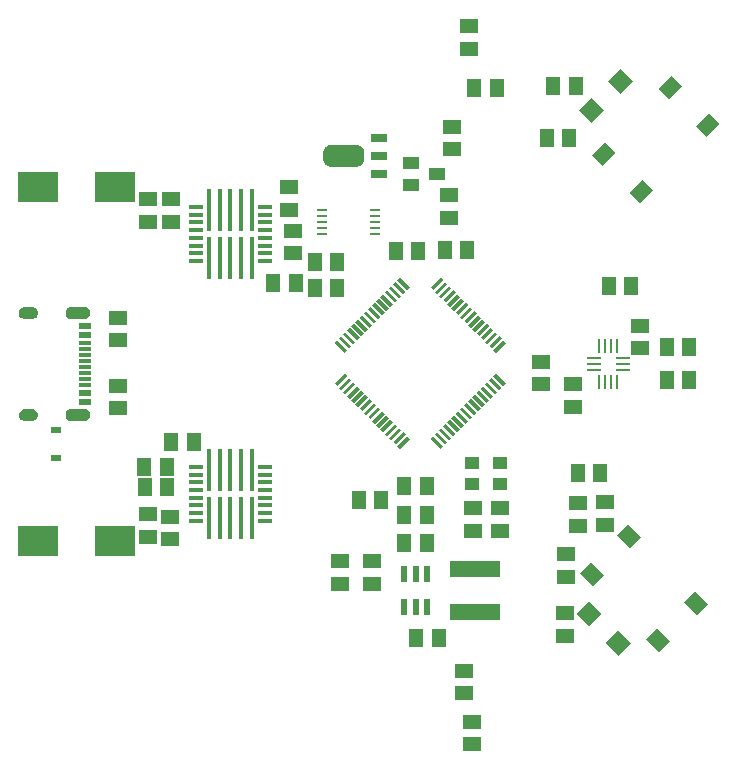
<source format=gbr>
G04 EAGLE Gerber RS-274X export*
G75*
%MOMM*%
%FSLAX34Y34*%
%LPD*%
%INSolderpaste Top*%
%IPPOS*%
%AMOC8*
5,1,8,0,0,1.08239X$1,22.5*%
G01*
%ADD10R,1.300000X1.500000*%
%ADD11R,1.500000X1.300000*%
%ADD12R,0.250000X1.250000*%
%ADD13R,1.250000X0.250000*%
%ADD14R,1.000000X0.300000*%
%ADD15R,1.000000X0.600000*%
%ADD16R,1.600000X1.300000*%
%ADD17R,1.300000X1.600000*%
%ADD18R,3.500000X2.500000*%
%ADD19R,0.875000X0.250000*%
%ADD20R,0.550000X1.350000*%
%ADD21R,4.200000X1.400000*%
%ADD22R,1.400000X1.000000*%
%ADD23R,1.400000X0.800000*%
%ADD24R,1.500000X1.500000*%
%ADD25R,0.830000X0.630000*%
%ADD26R,1.200000X1.100000*%
%ADD27R,1.300000X1.550000*%
%ADD28R,1.193800X0.304800*%
%ADD29R,1.200000X0.350000*%
%ADD30R,1.250000X0.350000*%
%ADD31R,0.450000X3.550000*%

G36*
X297210Y567090D02*
X297210Y567090D01*
X297514Y567101D01*
X297569Y567110D01*
X297626Y567113D01*
X297926Y567163D01*
X298226Y567208D01*
X298281Y567223D01*
X298337Y567232D01*
X298630Y567316D01*
X298923Y567394D01*
X298975Y567414D01*
X299030Y567430D01*
X299311Y567545D01*
X299595Y567655D01*
X299645Y567681D01*
X299697Y567702D01*
X299964Y567848D01*
X300233Y567989D01*
X300280Y568021D01*
X300330Y568048D01*
X300579Y568222D01*
X300831Y568392D01*
X300874Y568428D01*
X300920Y568461D01*
X301149Y568661D01*
X301381Y568858D01*
X301419Y568899D01*
X301462Y568937D01*
X301666Y569161D01*
X301875Y569383D01*
X301909Y569428D01*
X301947Y569470D01*
X302125Y569716D01*
X302308Y569959D01*
X302337Y570007D01*
X302370Y570053D01*
X302520Y570317D01*
X302675Y570579D01*
X302698Y570631D01*
X302726Y570680D01*
X302846Y570959D01*
X302971Y571236D01*
X302988Y571290D01*
X303011Y571342D01*
X303099Y571633D01*
X303192Y571922D01*
X303204Y571978D01*
X303220Y572032D01*
X303276Y572330D01*
X303336Y572629D01*
X303340Y572676D01*
X303352Y572740D01*
X303404Y573459D01*
X303402Y573525D01*
X303405Y573572D01*
X303405Y578822D01*
X303388Y579126D01*
X303377Y579430D01*
X303368Y579485D01*
X303365Y579542D01*
X303315Y579842D01*
X303270Y580142D01*
X303255Y580197D01*
X303246Y580253D01*
X303162Y580546D01*
X303084Y580839D01*
X303064Y580891D01*
X303048Y580946D01*
X302933Y581227D01*
X302823Y581511D01*
X302797Y581561D01*
X302776Y581613D01*
X302630Y581880D01*
X302489Y582149D01*
X302457Y582196D01*
X302430Y582246D01*
X302256Y582495D01*
X302086Y582747D01*
X302050Y582790D01*
X302017Y582836D01*
X301817Y583065D01*
X301620Y583297D01*
X301579Y583335D01*
X301541Y583378D01*
X301317Y583582D01*
X301095Y583791D01*
X301050Y583825D01*
X301008Y583863D01*
X300763Y584041D01*
X300519Y584224D01*
X300471Y584253D01*
X300425Y584286D01*
X300161Y584436D01*
X299899Y584591D01*
X299847Y584614D01*
X299798Y584642D01*
X299519Y584762D01*
X299242Y584887D01*
X299188Y584904D01*
X299136Y584927D01*
X298845Y585015D01*
X298556Y585108D01*
X298500Y585120D01*
X298446Y585136D01*
X298148Y585192D01*
X297849Y585252D01*
X297802Y585256D01*
X297738Y585268D01*
X297019Y585320D01*
X296953Y585318D01*
X296906Y585321D01*
X275156Y585321D01*
X274852Y585304D01*
X274548Y585293D01*
X274493Y585284D01*
X274436Y585281D01*
X274136Y585231D01*
X273836Y585186D01*
X273781Y585171D01*
X273726Y585162D01*
X273432Y585078D01*
X273139Y585000D01*
X273087Y584980D01*
X273032Y584964D01*
X272751Y584849D01*
X272467Y584739D01*
X272417Y584713D01*
X272365Y584692D01*
X272098Y584546D01*
X271829Y584405D01*
X271782Y584373D01*
X271732Y584346D01*
X271483Y584172D01*
X271231Y584002D01*
X271188Y583966D01*
X271142Y583933D01*
X270913Y583733D01*
X270681Y583536D01*
X270643Y583495D01*
X270600Y583457D01*
X270396Y583233D01*
X270187Y583011D01*
X270153Y582966D01*
X270115Y582924D01*
X269937Y582679D01*
X269754Y582435D01*
X269725Y582387D01*
X269692Y582341D01*
X269542Y582077D01*
X269387Y581815D01*
X269364Y581763D01*
X269336Y581714D01*
X269216Y581435D01*
X269091Y581158D01*
X269074Y581104D01*
X269051Y581052D01*
X268963Y580761D01*
X268870Y580472D01*
X268858Y580416D01*
X268842Y580362D01*
X268786Y580064D01*
X268726Y579765D01*
X268722Y579718D01*
X268710Y579654D01*
X268658Y578935D01*
X268660Y578869D01*
X268657Y578822D01*
X268657Y573572D01*
X268674Y573268D01*
X268685Y572964D01*
X268694Y572909D01*
X268697Y572852D01*
X268747Y572552D01*
X268792Y572252D01*
X268807Y572197D01*
X268816Y572142D01*
X268900Y571848D01*
X268978Y571555D01*
X268998Y571503D01*
X269014Y571448D01*
X269129Y571167D01*
X269239Y570883D01*
X269265Y570833D01*
X269286Y570781D01*
X269432Y570514D01*
X269573Y570245D01*
X269605Y570198D01*
X269632Y570148D01*
X269806Y569899D01*
X269976Y569647D01*
X270012Y569604D01*
X270045Y569558D01*
X270245Y569329D01*
X270442Y569097D01*
X270483Y569059D01*
X270521Y569016D01*
X270745Y568812D01*
X270967Y568603D01*
X271012Y568569D01*
X271054Y568531D01*
X271300Y568353D01*
X271543Y568170D01*
X271591Y568141D01*
X271637Y568108D01*
X271901Y567958D01*
X272163Y567803D01*
X272215Y567780D01*
X272264Y567752D01*
X272543Y567632D01*
X272820Y567507D01*
X272874Y567490D01*
X272926Y567467D01*
X273217Y567379D01*
X273506Y567286D01*
X273562Y567274D01*
X273616Y567258D01*
X273914Y567202D01*
X274213Y567142D01*
X274260Y567138D01*
X274324Y567126D01*
X275043Y567074D01*
X275109Y567076D01*
X275156Y567073D01*
X296906Y567073D01*
X297210Y567090D01*
G37*
G36*
X66805Y351754D02*
X66805Y351754D01*
X66808Y351751D01*
X67903Y351931D01*
X67909Y351937D01*
X67914Y351934D01*
X68942Y352353D01*
X68946Y352360D01*
X68951Y352358D01*
X69860Y352996D01*
X69863Y353003D01*
X69868Y353003D01*
X70612Y353826D01*
X70613Y353834D01*
X70619Y353835D01*
X71161Y354803D01*
X71160Y354812D01*
X71166Y354814D01*
X71479Y355878D01*
X71476Y355886D01*
X71481Y355889D01*
X71549Y356997D01*
X71545Y357004D01*
X71549Y357007D01*
X71379Y358115D01*
X71373Y358121D01*
X71376Y358126D01*
X70964Y359168D01*
X70957Y359172D01*
X70959Y359177D01*
X70325Y360102D01*
X70317Y360104D01*
X70318Y360110D01*
X69495Y360870D01*
X69486Y360871D01*
X69486Y360877D01*
X68514Y361434D01*
X68506Y361433D01*
X68504Y361439D01*
X67432Y361766D01*
X67424Y361763D01*
X67421Y361768D01*
X66304Y361849D01*
X66301Y361848D01*
X66300Y361849D01*
X54300Y361849D01*
X54297Y361847D01*
X54290Y361847D01*
X54289Y361848D01*
X53345Y361629D01*
X53339Y361623D01*
X53334Y361625D01*
X52462Y361202D01*
X52459Y361194D01*
X52453Y361196D01*
X51697Y360589D01*
X51695Y360581D01*
X51689Y360581D01*
X51088Y359821D01*
X51088Y359812D01*
X51082Y359811D01*
X50664Y358936D01*
X50666Y358928D01*
X50661Y358926D01*
X50449Y357980D01*
X50452Y357973D01*
X50447Y357969D01*
X50451Y357000D01*
X50451Y356999D01*
X50470Y355931D01*
X50475Y355924D01*
X50471Y355920D01*
X50727Y354883D01*
X50734Y354878D01*
X50731Y354872D01*
X51212Y353918D01*
X51219Y353915D01*
X51218Y353909D01*
X51899Y353086D01*
X51907Y353084D01*
X51907Y353078D01*
X52754Y352427D01*
X52762Y352427D01*
X52763Y352421D01*
X53734Y351974D01*
X53742Y351976D01*
X53744Y351971D01*
X54790Y351752D01*
X54797Y351755D01*
X54800Y351751D01*
X66800Y351751D01*
X66805Y351754D01*
G37*
G36*
X66805Y438155D02*
X66805Y438155D01*
X66808Y438151D01*
X67914Y438344D01*
X67919Y438349D01*
X67919Y438350D01*
X67924Y438347D01*
X68959Y438780D01*
X68963Y438787D01*
X68968Y438785D01*
X69881Y439438D01*
X69883Y439446D01*
X69889Y439445D01*
X70633Y440284D01*
X70634Y440293D01*
X70639Y440293D01*
X71178Y441277D01*
X71177Y441285D01*
X71178Y441286D01*
X71182Y441287D01*
X71183Y441289D01*
X71365Y441930D01*
X71489Y442366D01*
X71487Y442371D01*
X71489Y442373D01*
X71487Y442375D01*
X71491Y442377D01*
X71549Y443497D01*
X71546Y443502D01*
X71549Y443506D01*
X71431Y444551D01*
X71425Y444557D01*
X71429Y444562D01*
X71081Y445556D01*
X71074Y445560D01*
X71076Y445565D01*
X70516Y446457D01*
X70509Y446460D01*
X70509Y446465D01*
X69765Y447209D01*
X69757Y447211D01*
X69757Y447216D01*
X68865Y447776D01*
X68857Y447776D01*
X68856Y447781D01*
X67862Y448129D01*
X67854Y448126D01*
X67851Y448131D01*
X66806Y448249D01*
X66802Y448247D01*
X66800Y448249D01*
X54800Y448249D01*
X54797Y448247D01*
X54794Y448247D01*
X54792Y448249D01*
X53796Y448091D01*
X53790Y448085D01*
X53785Y448088D01*
X52849Y447713D01*
X52845Y447706D01*
X52839Y447708D01*
X52010Y447134D01*
X52007Y447126D01*
X52002Y447127D01*
X51321Y446383D01*
X51320Y446374D01*
X51314Y446374D01*
X50816Y445497D01*
X50817Y445489D01*
X50812Y445486D01*
X50624Y444862D01*
X50521Y444521D01*
X50522Y444518D01*
X50521Y444517D01*
X50524Y444513D01*
X50519Y444510D01*
X50451Y443503D01*
X50452Y443501D01*
X50451Y443500D01*
X50460Y442419D01*
X50465Y442412D01*
X50461Y442408D01*
X50711Y441356D01*
X50717Y441351D01*
X50714Y441346D01*
X51191Y440376D01*
X51199Y440373D01*
X51197Y440367D01*
X51878Y439528D01*
X51886Y439526D01*
X51886Y439520D01*
X52737Y438854D01*
X52745Y438853D01*
X52746Y438848D01*
X53723Y438387D01*
X53731Y438389D01*
X53734Y438384D01*
X54789Y438152D01*
X54797Y438155D01*
X54800Y438151D01*
X66800Y438151D01*
X66805Y438155D01*
G37*
G36*
X22004Y351754D02*
X22004Y351754D01*
X22006Y351751D01*
X23139Y351901D01*
X23145Y351907D01*
X23150Y351904D01*
X24220Y352302D01*
X24224Y352309D01*
X24230Y352307D01*
X25185Y352934D01*
X25188Y352942D01*
X25193Y352941D01*
X25985Y353764D01*
X25986Y353772D01*
X25992Y353773D01*
X26581Y354752D01*
X26580Y354760D01*
X26585Y354762D01*
X26941Y355847D01*
X26939Y355855D01*
X26943Y355858D01*
X27049Y356995D01*
X27044Y357004D01*
X27048Y357009D01*
X26841Y358146D01*
X26835Y358152D01*
X26838Y358157D01*
X26383Y359219D01*
X26376Y359223D01*
X26378Y359229D01*
X25698Y360164D01*
X25690Y360166D01*
X25691Y360172D01*
X24820Y360932D01*
X24812Y360932D01*
X24811Y360938D01*
X23792Y361485D01*
X23784Y361484D01*
X23782Y361489D01*
X22668Y361796D01*
X22660Y361793D01*
X22657Y361798D01*
X21502Y361849D01*
X21501Y361848D01*
X21500Y361849D01*
X15500Y361849D01*
X15497Y361847D01*
X15492Y361847D01*
X15491Y361848D01*
X14410Y361636D01*
X14405Y361630D01*
X14400Y361633D01*
X13394Y361186D01*
X13390Y361179D01*
X13384Y361181D01*
X12503Y360521D01*
X12500Y360513D01*
X12495Y360513D01*
X11782Y359674D01*
X11782Y359666D01*
X11776Y359665D01*
X11268Y358688D01*
X11269Y358680D01*
X11264Y358678D01*
X10986Y357613D01*
X10989Y357605D01*
X10985Y357602D01*
X10951Y356502D01*
X10955Y356496D01*
X10951Y356493D01*
X11106Y355418D01*
X11112Y355412D01*
X11109Y355407D01*
X11499Y354393D01*
X11506Y354389D01*
X11505Y354383D01*
X12111Y353481D01*
X12119Y353479D01*
X12118Y353473D01*
X12910Y352729D01*
X12918Y352728D01*
X12918Y352722D01*
X13856Y352173D01*
X13864Y352174D01*
X13866Y352168D01*
X14902Y351841D01*
X14910Y351844D01*
X14913Y351839D01*
X15996Y351751D01*
X15999Y351753D01*
X16000Y351751D01*
X22000Y351751D01*
X22004Y351754D01*
G37*
G36*
X22003Y438153D02*
X22003Y438153D01*
X22005Y438151D01*
X23097Y438252D01*
X23103Y438257D01*
X23108Y438254D01*
X24151Y438595D01*
X24156Y438602D01*
X24161Y438600D01*
X25102Y439164D01*
X25105Y439172D01*
X25111Y439171D01*
X25903Y439931D01*
X25904Y439939D01*
X25910Y439940D01*
X26513Y440857D01*
X26512Y440865D01*
X26518Y440867D01*
X26901Y441895D01*
X26899Y441903D01*
X26904Y441906D01*
X27049Y442994D01*
X27045Y443001D01*
X27049Y443005D01*
X26943Y444142D01*
X26938Y444148D01*
X26941Y444153D01*
X26585Y445238D01*
X26578Y445243D01*
X26581Y445248D01*
X25992Y446227D01*
X25984Y446230D01*
X25985Y446236D01*
X25193Y447059D01*
X25185Y447060D01*
X25185Y447066D01*
X24230Y447693D01*
X24222Y447692D01*
X24220Y447698D01*
X23150Y448096D01*
X23142Y448094D01*
X23139Y448099D01*
X22006Y448249D01*
X22003Y448247D01*
X22002Y448247D01*
X22000Y448249D01*
X16000Y448249D01*
X15997Y448247D01*
X15995Y448247D01*
X15994Y448249D01*
X14861Y448099D01*
X14855Y448093D01*
X14850Y448096D01*
X13780Y447698D01*
X13776Y447691D01*
X13770Y447693D01*
X12815Y447066D01*
X12812Y447058D01*
X12807Y447059D01*
X12015Y446236D01*
X12014Y446228D01*
X12008Y446227D01*
X11419Y445248D01*
X11420Y445240D01*
X11415Y445238D01*
X11059Y444153D01*
X11062Y444145D01*
X11057Y444142D01*
X10951Y443005D01*
X10955Y442998D01*
X10951Y442994D01*
X11096Y441906D01*
X11102Y441900D01*
X11099Y441895D01*
X11483Y440867D01*
X11489Y440862D01*
X11488Y440857D01*
X12090Y439940D01*
X12098Y439937D01*
X12097Y439931D01*
X12889Y439171D01*
X12897Y439170D01*
X12898Y439164D01*
X13839Y438600D01*
X13847Y438601D01*
X13849Y438595D01*
X14892Y438254D01*
X14900Y438256D01*
X14903Y438252D01*
X15996Y438151D01*
X15998Y438153D01*
X16000Y438151D01*
X22000Y438151D01*
X22003Y438153D01*
G37*
D10*
X330020Y495240D03*
X349020Y495240D03*
X477036Y591272D03*
X458036Y591272D03*
D11*
X484192Y281964D03*
X484192Y262964D03*
X140000Y539500D03*
X140000Y520500D03*
X120000Y539500D03*
X120000Y520500D03*
D12*
X502500Y385000D03*
X507500Y385000D03*
X512500Y385000D03*
X517500Y385000D03*
D13*
X522500Y395000D03*
X522500Y400000D03*
X522500Y405000D03*
D12*
X517500Y415000D03*
X512500Y415000D03*
X507500Y415000D03*
X502500Y415000D03*
D13*
X497500Y405000D03*
X497500Y400000D03*
X497500Y395000D03*
D14*
X66600Y392500D03*
X66600Y397500D03*
D15*
X66600Y367750D03*
X66600Y375500D03*
D14*
X66600Y382500D03*
X66600Y387500D03*
X66600Y407500D03*
X66600Y402500D03*
D15*
X66600Y432250D03*
X66600Y424500D03*
D14*
X66600Y417500D03*
X66600Y412500D03*
D16*
X387808Y120980D03*
X387808Y139980D03*
D17*
X484148Y307888D03*
X503148Y307888D03*
X529500Y466096D03*
X510500Y466096D03*
X415556Y633272D03*
X396556Y633272D03*
D16*
X394280Y97204D03*
X394280Y78204D03*
D17*
X559644Y386096D03*
X578644Y386096D03*
X559644Y413904D03*
X578644Y413904D03*
D16*
X392000Y666860D03*
X392000Y685860D03*
D10*
X261524Y486384D03*
X280524Y486384D03*
X261524Y464568D03*
X280524Y464568D03*
D18*
X92500Y550000D03*
X27500Y550000D03*
X92500Y250000D03*
X27500Y250000D03*
D19*
X267375Y530000D03*
X267375Y525000D03*
X267375Y520000D03*
X267375Y515000D03*
X267375Y510000D03*
X312625Y510000D03*
X312625Y515000D03*
X312625Y520000D03*
X312625Y525000D03*
X312625Y530000D03*
D20*
X356452Y221895D03*
X346952Y221895D03*
X337452Y221895D03*
X337452Y194393D03*
X346952Y194393D03*
X356452Y194393D03*
D10*
X366452Y168144D03*
X347452Y168144D03*
D11*
X310000Y213884D03*
X310000Y232884D03*
X283048Y213884D03*
X283048Y232884D03*
D10*
X337452Y272048D03*
X356452Y272048D03*
X337260Y296592D03*
X356260Y296592D03*
X337452Y248144D03*
X356452Y248144D03*
D21*
X396952Y189644D03*
X396952Y226644D03*
D16*
X377952Y581812D03*
X377952Y600812D03*
D22*
X364568Y560832D03*
X342568Y551332D03*
X342568Y570332D03*
D23*
X315466Y561082D03*
X315466Y591062D03*
X315456Y576072D03*
D16*
X374904Y542900D03*
X374904Y523900D03*
X506888Y263836D03*
X506888Y282836D03*
D11*
X473840Y219828D03*
X473840Y238828D03*
D24*
G36*
X507864Y163722D02*
X518470Y174328D01*
X529076Y163722D01*
X518470Y153116D01*
X507864Y163722D01*
G37*
G36*
X483116Y188470D02*
X493722Y199076D01*
X504328Y188470D01*
X493722Y177864D01*
X483116Y188470D01*
G37*
G36*
X520662Y628720D02*
X510056Y639326D01*
X520662Y649932D01*
X531268Y639326D01*
X520662Y628720D01*
G37*
G36*
X495914Y603972D02*
X485308Y614578D01*
X495914Y625184D01*
X506520Y614578D01*
X495914Y603972D01*
G37*
D16*
X473544Y188788D03*
X473544Y169788D03*
D17*
X482340Y635088D03*
X463340Y635088D03*
X317972Y284736D03*
X298972Y284736D03*
D11*
X537176Y432460D03*
X537176Y413460D03*
D16*
X480000Y382836D03*
X480000Y363836D03*
X453320Y401604D03*
X453320Y382604D03*
X94488Y362356D03*
X94488Y381356D03*
X94488Y439268D03*
X94488Y420268D03*
D25*
X42672Y320732D03*
X42672Y343732D03*
D26*
X418318Y315902D03*
X394818Y315902D03*
X394818Y298402D03*
X418318Y298402D03*
D11*
X395624Y277724D03*
X395624Y258724D03*
X418192Y277724D03*
X418192Y258724D03*
D27*
G36*
X573941Y198685D02*
X583134Y207878D01*
X594093Y196919D01*
X584900Y187726D01*
X573941Y198685D01*
G37*
G36*
X517726Y254900D02*
X526919Y264093D01*
X537878Y253134D01*
X528685Y243941D01*
X517726Y254900D01*
G37*
G36*
X542122Y166866D02*
X551315Y176059D01*
X562274Y165100D01*
X553081Y155907D01*
X542122Y166866D01*
G37*
G36*
X485907Y223081D02*
X495100Y232274D01*
X506059Y221315D01*
X496866Y212122D01*
X485907Y223081D01*
G37*
G36*
X561315Y623941D02*
X552122Y633134D01*
X563081Y644093D01*
X572274Y634900D01*
X561315Y623941D01*
G37*
G36*
X505100Y567726D02*
X495907Y576919D01*
X506866Y587878D01*
X516059Y578685D01*
X505100Y567726D01*
G37*
G36*
X593134Y592122D02*
X583941Y601315D01*
X594900Y612274D01*
X604093Y603081D01*
X593134Y592122D01*
G37*
G36*
X536919Y535907D02*
X527726Y545100D01*
X538685Y556059D01*
X547878Y546866D01*
X536919Y535907D01*
G37*
D28*
G36*
X361711Y338883D02*
X370152Y330442D01*
X367997Y328287D01*
X359556Y336728D01*
X361711Y338883D01*
G37*
G36*
X365247Y342418D02*
X373688Y333977D01*
X371533Y331822D01*
X363092Y340263D01*
X365247Y342418D01*
G37*
G36*
X368782Y345954D02*
X377223Y337513D01*
X375068Y335358D01*
X366627Y343799D01*
X368782Y345954D01*
G37*
G36*
X372318Y349489D02*
X380759Y341048D01*
X378604Y338893D01*
X370163Y347334D01*
X372318Y349489D01*
G37*
G36*
X375853Y353025D02*
X384294Y344584D01*
X382139Y342429D01*
X373698Y350870D01*
X375853Y353025D01*
G37*
G36*
X379389Y356561D02*
X387830Y348120D01*
X385675Y345965D01*
X377234Y354406D01*
X379389Y356561D01*
G37*
G36*
X382924Y360096D02*
X391365Y351655D01*
X389210Y349500D01*
X380769Y357941D01*
X382924Y360096D01*
G37*
G36*
X386460Y363632D02*
X394901Y355191D01*
X392746Y353036D01*
X384305Y361477D01*
X386460Y363632D01*
G37*
G36*
X389995Y367167D02*
X398436Y358726D01*
X396281Y356571D01*
X387840Y365012D01*
X389995Y367167D01*
G37*
G36*
X393531Y370703D02*
X401972Y362262D01*
X399817Y360107D01*
X391376Y368548D01*
X393531Y370703D01*
G37*
G36*
X397066Y374238D02*
X405507Y365797D01*
X403352Y363642D01*
X394911Y372083D01*
X397066Y374238D01*
G37*
G36*
X400602Y377774D02*
X409043Y369333D01*
X406888Y367178D01*
X398447Y375619D01*
X400602Y377774D01*
G37*
G36*
X404138Y381309D02*
X412579Y372868D01*
X410424Y370713D01*
X401983Y379154D01*
X404138Y381309D01*
G37*
G36*
X407673Y384845D02*
X416114Y376404D01*
X413959Y374249D01*
X405518Y382690D01*
X407673Y384845D01*
G37*
G36*
X411209Y388380D02*
X419650Y379939D01*
X417495Y377784D01*
X409054Y386225D01*
X411209Y388380D01*
G37*
G36*
X414744Y391916D02*
X423185Y383475D01*
X421030Y381320D01*
X412589Y389761D01*
X414744Y391916D01*
G37*
G36*
X412589Y411759D02*
X421030Y420200D01*
X423185Y418045D01*
X414744Y409604D01*
X412589Y411759D01*
G37*
G36*
X409054Y415295D02*
X417495Y423736D01*
X419650Y421581D01*
X411209Y413140D01*
X409054Y415295D01*
G37*
G36*
X405518Y418830D02*
X413959Y427271D01*
X416114Y425116D01*
X407673Y416675D01*
X405518Y418830D01*
G37*
G36*
X401983Y422366D02*
X410424Y430807D01*
X412579Y428652D01*
X404138Y420211D01*
X401983Y422366D01*
G37*
G36*
X398447Y425901D02*
X406888Y434342D01*
X409043Y432187D01*
X400602Y423746D01*
X398447Y425901D01*
G37*
G36*
X394911Y429437D02*
X403352Y437878D01*
X405507Y435723D01*
X397066Y427282D01*
X394911Y429437D01*
G37*
G36*
X391376Y432972D02*
X399817Y441413D01*
X401972Y439258D01*
X393531Y430817D01*
X391376Y432972D01*
G37*
G36*
X387840Y436508D02*
X396281Y444949D01*
X398436Y442794D01*
X389995Y434353D01*
X387840Y436508D01*
G37*
G36*
X384305Y440043D02*
X392746Y448484D01*
X394901Y446329D01*
X386460Y437888D01*
X384305Y440043D01*
G37*
G36*
X380769Y443579D02*
X389210Y452020D01*
X391365Y449865D01*
X382924Y441424D01*
X380769Y443579D01*
G37*
G36*
X377234Y447114D02*
X385675Y455555D01*
X387830Y453400D01*
X379389Y444959D01*
X377234Y447114D01*
G37*
G36*
X373698Y450650D02*
X382139Y459091D01*
X384294Y456936D01*
X375853Y448495D01*
X373698Y450650D01*
G37*
G36*
X370163Y454186D02*
X378604Y462627D01*
X380759Y460472D01*
X372318Y452031D01*
X370163Y454186D01*
G37*
G36*
X366627Y457721D02*
X375068Y466162D01*
X377223Y464007D01*
X368782Y455566D01*
X366627Y457721D01*
G37*
G36*
X363092Y461257D02*
X371533Y469698D01*
X373688Y467543D01*
X365247Y459102D01*
X363092Y461257D01*
G37*
G36*
X359556Y464792D02*
X367997Y473233D01*
X370152Y471078D01*
X361711Y462637D01*
X359556Y464792D01*
G37*
G36*
X339713Y462637D02*
X331272Y471078D01*
X333427Y473233D01*
X341868Y464792D01*
X339713Y462637D01*
G37*
G36*
X336177Y459102D02*
X327736Y467543D01*
X329891Y469698D01*
X338332Y461257D01*
X336177Y459102D01*
G37*
G36*
X332642Y455566D02*
X324201Y464007D01*
X326356Y466162D01*
X334797Y457721D01*
X332642Y455566D01*
G37*
G36*
X329106Y452031D02*
X320665Y460472D01*
X322820Y462627D01*
X331261Y454186D01*
X329106Y452031D01*
G37*
G36*
X325571Y448495D02*
X317130Y456936D01*
X319285Y459091D01*
X327726Y450650D01*
X325571Y448495D01*
G37*
G36*
X322035Y444959D02*
X313594Y453400D01*
X315749Y455555D01*
X324190Y447114D01*
X322035Y444959D01*
G37*
G36*
X318500Y441424D02*
X310059Y449865D01*
X312214Y452020D01*
X320655Y443579D01*
X318500Y441424D01*
G37*
G36*
X314964Y437888D02*
X306523Y446329D01*
X308678Y448484D01*
X317119Y440043D01*
X314964Y437888D01*
G37*
G36*
X311429Y434353D02*
X302988Y442794D01*
X305143Y444949D01*
X313584Y436508D01*
X311429Y434353D01*
G37*
G36*
X307893Y430817D02*
X299452Y439258D01*
X301607Y441413D01*
X310048Y432972D01*
X307893Y430817D01*
G37*
G36*
X304358Y427282D02*
X295917Y435723D01*
X298072Y437878D01*
X306513Y429437D01*
X304358Y427282D01*
G37*
G36*
X300822Y423746D02*
X292381Y432187D01*
X294536Y434342D01*
X302977Y425901D01*
X300822Y423746D01*
G37*
G36*
X297286Y420211D02*
X288845Y428652D01*
X291000Y430807D01*
X299441Y422366D01*
X297286Y420211D01*
G37*
G36*
X293751Y416675D02*
X285310Y425116D01*
X287465Y427271D01*
X295906Y418830D01*
X293751Y416675D01*
G37*
G36*
X290215Y413140D02*
X281774Y421581D01*
X283929Y423736D01*
X292370Y415295D01*
X290215Y413140D01*
G37*
G36*
X286680Y409604D02*
X278239Y418045D01*
X280394Y420200D01*
X288835Y411759D01*
X286680Y409604D01*
G37*
G36*
X288835Y389761D02*
X280394Y381320D01*
X278239Y383475D01*
X286680Y391916D01*
X288835Y389761D01*
G37*
G36*
X292370Y386225D02*
X283929Y377784D01*
X281774Y379939D01*
X290215Y388380D01*
X292370Y386225D01*
G37*
G36*
X295906Y382690D02*
X287465Y374249D01*
X285310Y376404D01*
X293751Y384845D01*
X295906Y382690D01*
G37*
G36*
X299441Y379154D02*
X291000Y370713D01*
X288845Y372868D01*
X297286Y381309D01*
X299441Y379154D01*
G37*
G36*
X302977Y375619D02*
X294536Y367178D01*
X292381Y369333D01*
X300822Y377774D01*
X302977Y375619D01*
G37*
G36*
X306513Y372083D02*
X298072Y363642D01*
X295917Y365797D01*
X304358Y374238D01*
X306513Y372083D01*
G37*
G36*
X310048Y368548D02*
X301607Y360107D01*
X299452Y362262D01*
X307893Y370703D01*
X310048Y368548D01*
G37*
G36*
X313584Y365012D02*
X305143Y356571D01*
X302988Y358726D01*
X311429Y367167D01*
X313584Y365012D01*
G37*
G36*
X317119Y361477D02*
X308678Y353036D01*
X306523Y355191D01*
X314964Y363632D01*
X317119Y361477D01*
G37*
G36*
X320655Y357941D02*
X312214Y349500D01*
X310059Y351655D01*
X318500Y360096D01*
X320655Y357941D01*
G37*
G36*
X324190Y354406D02*
X315749Y345965D01*
X313594Y348120D01*
X322035Y356561D01*
X324190Y354406D01*
G37*
G36*
X327726Y350870D02*
X319285Y342429D01*
X317130Y344584D01*
X325571Y353025D01*
X327726Y350870D01*
G37*
G36*
X331261Y347334D02*
X322820Y338893D01*
X320665Y341048D01*
X329106Y349489D01*
X331261Y347334D01*
G37*
G36*
X334797Y343799D02*
X326356Y335358D01*
X324201Y337513D01*
X332642Y345954D01*
X334797Y343799D01*
G37*
G36*
X338332Y340263D02*
X329891Y331822D01*
X327736Y333977D01*
X336177Y342418D01*
X338332Y340263D01*
G37*
G36*
X341868Y336728D02*
X333427Y328287D01*
X331272Y330442D01*
X339713Y338883D01*
X341868Y336728D01*
G37*
D10*
X371500Y496824D03*
X390500Y496824D03*
D29*
X160750Y532750D03*
X160750Y526250D03*
D30*
X160750Y519750D03*
X160750Y513250D03*
X160750Y506750D03*
X160750Y500250D03*
X160750Y493750D03*
X160750Y487250D03*
D31*
X172000Y489500D03*
X181000Y489500D03*
X190000Y489500D03*
X199000Y489500D03*
X208000Y489500D03*
D30*
X219250Y487250D03*
X219250Y493750D03*
X219250Y500250D03*
X219250Y506750D03*
X219250Y513250D03*
X219250Y519750D03*
X219250Y526250D03*
X219250Y532750D03*
D31*
X208000Y530500D03*
X199000Y530500D03*
X190000Y530500D03*
X181000Y530500D03*
X172000Y530500D03*
D11*
X240000Y549500D03*
X240000Y530500D03*
X243048Y493548D03*
X243048Y512548D03*
D10*
X245300Y468600D03*
X226300Y468600D03*
X117220Y312504D03*
X136220Y312504D03*
X117700Y295928D03*
X136700Y295928D03*
D29*
X219250Y267250D03*
X219250Y273750D03*
D30*
X219250Y280250D03*
X219250Y286750D03*
X219250Y293250D03*
X219250Y299750D03*
X219250Y306250D03*
X219250Y312750D03*
D31*
X208000Y310500D03*
X199000Y310500D03*
X190000Y310500D03*
X181000Y310500D03*
X172000Y310500D03*
D30*
X160750Y312750D03*
X160750Y306250D03*
X160750Y299750D03*
X160750Y293250D03*
X160750Y286750D03*
X160750Y280250D03*
X160750Y273750D03*
X160750Y267250D03*
D31*
X172000Y269500D03*
X181000Y269500D03*
X190000Y269500D03*
X199000Y269500D03*
X208000Y269500D03*
D11*
X139144Y251356D03*
X139144Y270356D03*
X119936Y253524D03*
X119936Y272524D03*
D10*
X140060Y333608D03*
X159060Y333608D03*
M02*

</source>
